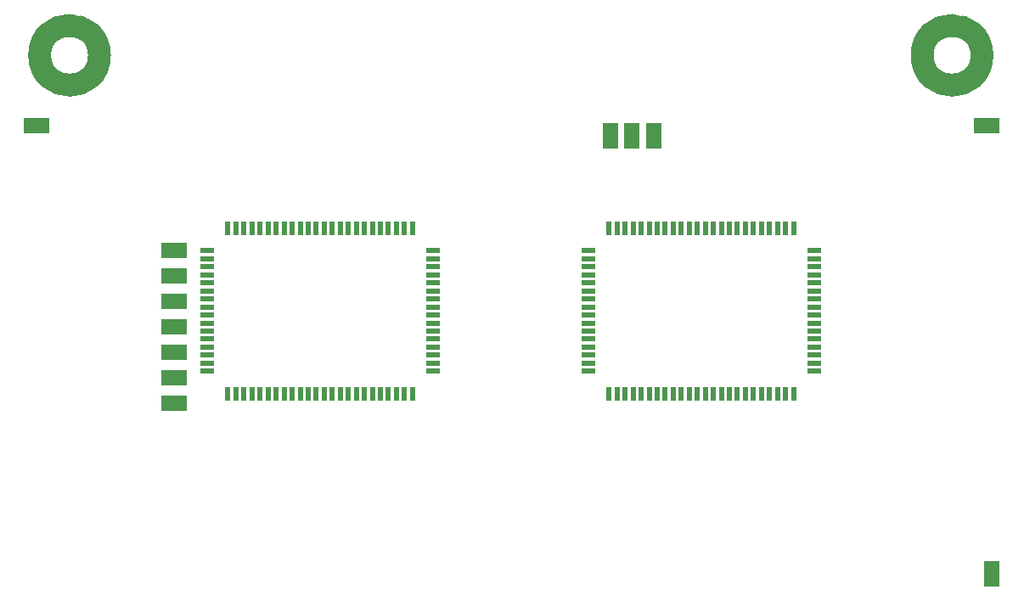
<source format=gbr>
G04 #@! TF.GenerationSoftware,KiCad,Pcbnew,5.0.2-bee76a0~70~ubuntu18.04.1*
G04 #@! TF.CreationDate,2019-04-15T15:13:08+02:00*
G04 #@! TF.ProjectId,ModulAdapter,4d6f6475-6c41-4646-9170-7465722e6b69,rev?*
G04 #@! TF.SameCoordinates,Original*
G04 #@! TF.FileFunction,Paste,Bot*
G04 #@! TF.FilePolarity,Positive*
%FSLAX46Y46*%
G04 Gerber Fmt 4.6, Leading zero omitted, Abs format (unit mm)*
G04 Created by KiCad (PCBNEW 5.0.2-bee76a0~70~ubuntu18.04.1) date Mo 15 Apr 2019 15:13:08 CEST*
%MOMM*%
%LPD*%
G01*
G04 APERTURE LIST*
%ADD10C,2.250000*%
%ADD11R,2.500000X1.501140*%
%ADD12R,1.501140X2.500000*%
%ADD13R,0.500000X1.480000*%
%ADD14R,1.480000X0.500000*%
G04 APERTURE END LIST*
D10*
G04 #@! TO.C,P14*
X146982767Y-74000000D02*
G75*
G03X146982767Y-74000000I-2982767J0D01*
G01*
G04 #@! TO.C,P13*
X58982767Y-74000000D02*
G75*
G03X58982767Y-74000000I-2982767J0D01*
G01*
G04 #@! TD*
D11*
G04 #@! TO.C,P1*
X52750000Y-81000000D03*
G04 #@! TD*
G04 #@! TO.C,P9*
X66413000Y-93431000D03*
G04 #@! TD*
G04 #@! TO.C,P8*
X66413000Y-95971000D03*
G04 #@! TD*
G04 #@! TO.C,P2*
X147490000Y-81000000D03*
G04 #@! TD*
G04 #@! TO.C,P3*
X66413000Y-103591000D03*
G04 #@! TD*
G04 #@! TO.C,P7*
X66413000Y-108671000D03*
G04 #@! TD*
G04 #@! TO.C,P10*
X66413000Y-106131000D03*
G04 #@! TD*
G04 #@! TO.C,P11*
X66413000Y-98511000D03*
G04 #@! TD*
G04 #@! TO.C,P12*
X66413000Y-101051000D03*
G04 #@! TD*
D12*
G04 #@! TO.C,P16*
X148000000Y-125750000D03*
G04 #@! TD*
G04 #@! TO.C,P4*
X114250000Y-82000000D03*
G04 #@! TD*
G04 #@! TO.C,P5*
X109906000Y-82021500D03*
G04 #@! TD*
G04 #@! TO.C,P6*
X112065000Y-82021500D03*
G04 #@! TD*
D13*
G04 #@! TO.C,U4*
X109800000Y-91260000D03*
X110600000Y-91260000D03*
X111400000Y-91260000D03*
X112200000Y-91260000D03*
X113000000Y-91260000D03*
X113800000Y-91260000D03*
X114600000Y-91260000D03*
X115400000Y-91260000D03*
X116200000Y-91260000D03*
X117000000Y-91260000D03*
X117800000Y-91260000D03*
X118600000Y-91260000D03*
X119400000Y-91260000D03*
X120200000Y-91260000D03*
X121000000Y-91260000D03*
X121800000Y-91260000D03*
X122600000Y-91260000D03*
X123400000Y-91260000D03*
X124200000Y-91260000D03*
X125000000Y-91260000D03*
X125800000Y-91260000D03*
X126600000Y-91260000D03*
X127400000Y-91260000D03*
X128200000Y-91260000D03*
D14*
X130240000Y-93500000D03*
X130240000Y-94300000D03*
X130240000Y-95100000D03*
X130240000Y-95900000D03*
X130240000Y-96700000D03*
X130240000Y-97500000D03*
X130240000Y-98300000D03*
X130240000Y-99100000D03*
X130240000Y-99900000D03*
X130240000Y-100700000D03*
X130240000Y-101500000D03*
X130240000Y-102300000D03*
X130240000Y-103100000D03*
X130240000Y-103900000D03*
X130240000Y-104700000D03*
X130240000Y-105500000D03*
D13*
X128200000Y-107740000D03*
X127400000Y-107740000D03*
X126600000Y-107740000D03*
X125800000Y-107740000D03*
X125000000Y-107740000D03*
X124200000Y-107740000D03*
X123400000Y-107740000D03*
X122600000Y-107740000D03*
X121800000Y-107740000D03*
X121000000Y-107740000D03*
X120200000Y-107740000D03*
X119400000Y-107740000D03*
X118600000Y-107740000D03*
X117800000Y-107740000D03*
X117000000Y-107740000D03*
X116200000Y-107740000D03*
X115400000Y-107740000D03*
X114600000Y-107740000D03*
X113800000Y-107740000D03*
X113000000Y-107740000D03*
X112200000Y-107740000D03*
X111400000Y-107740000D03*
X110600000Y-107740000D03*
X109800000Y-107740000D03*
D14*
X107760000Y-105500000D03*
X107760000Y-104700000D03*
X107760000Y-103900000D03*
X107760000Y-103100000D03*
X107760000Y-102300000D03*
X107760000Y-101500000D03*
X107760000Y-100700000D03*
X107760000Y-99900000D03*
X107760000Y-99100000D03*
X107760000Y-98300000D03*
X107760000Y-97500000D03*
X107760000Y-96700000D03*
X107760000Y-95900000D03*
X107760000Y-95100000D03*
X107760000Y-94300000D03*
X107760000Y-93500000D03*
G04 #@! TD*
D13*
G04 #@! TO.C,U2*
X90200000Y-107740000D03*
X89400000Y-107740000D03*
X88600000Y-107740000D03*
X87800000Y-107740000D03*
X87000000Y-107740000D03*
X86200000Y-107740000D03*
X85400000Y-107740000D03*
X84600000Y-107740000D03*
X83800000Y-107740000D03*
X83000000Y-107740000D03*
X82200000Y-107740000D03*
X81400000Y-107740000D03*
X80600000Y-107740000D03*
X79800000Y-107740000D03*
X79000000Y-107740000D03*
X78200000Y-107740000D03*
X77400000Y-107740000D03*
X76600000Y-107740000D03*
X75800000Y-107740000D03*
X75000000Y-107740000D03*
X74200000Y-107740000D03*
X73400000Y-107740000D03*
X72600000Y-107740000D03*
X71800000Y-107740000D03*
D14*
X69760000Y-105500000D03*
X69760000Y-104700000D03*
X69760000Y-103900000D03*
X69760000Y-103100000D03*
X69760000Y-102300000D03*
X69760000Y-101500000D03*
X69760000Y-100700000D03*
X69760000Y-99900000D03*
X69760000Y-99100000D03*
X69760000Y-98300000D03*
X69760000Y-97500000D03*
X69760000Y-96700000D03*
X69760000Y-95900000D03*
X69760000Y-95100000D03*
X69760000Y-94300000D03*
X69760000Y-93500000D03*
D13*
X71800000Y-91260000D03*
X72600000Y-91260000D03*
X73400000Y-91260000D03*
X74200000Y-91260000D03*
X75000000Y-91260000D03*
X75800000Y-91260000D03*
X76600000Y-91260000D03*
X77400000Y-91260000D03*
X78200000Y-91260000D03*
X79000000Y-91260000D03*
X79800000Y-91260000D03*
X80600000Y-91260000D03*
X81400000Y-91260000D03*
X82200000Y-91260000D03*
X83000000Y-91260000D03*
X83800000Y-91260000D03*
X84600000Y-91260000D03*
X85400000Y-91260000D03*
X86200000Y-91260000D03*
X87000000Y-91260000D03*
X87800000Y-91260000D03*
X88600000Y-91260000D03*
X89400000Y-91260000D03*
X90200000Y-91260000D03*
D14*
X92240000Y-93500000D03*
X92240000Y-94300000D03*
X92240000Y-95100000D03*
X92240000Y-95900000D03*
X92240000Y-96700000D03*
X92240000Y-97500000D03*
X92240000Y-98300000D03*
X92240000Y-99100000D03*
X92240000Y-99900000D03*
X92240000Y-100700000D03*
X92240000Y-101500000D03*
X92240000Y-102300000D03*
X92240000Y-103100000D03*
X92240000Y-103900000D03*
X92240000Y-104700000D03*
X92240000Y-105500000D03*
G04 #@! TD*
M02*

</source>
